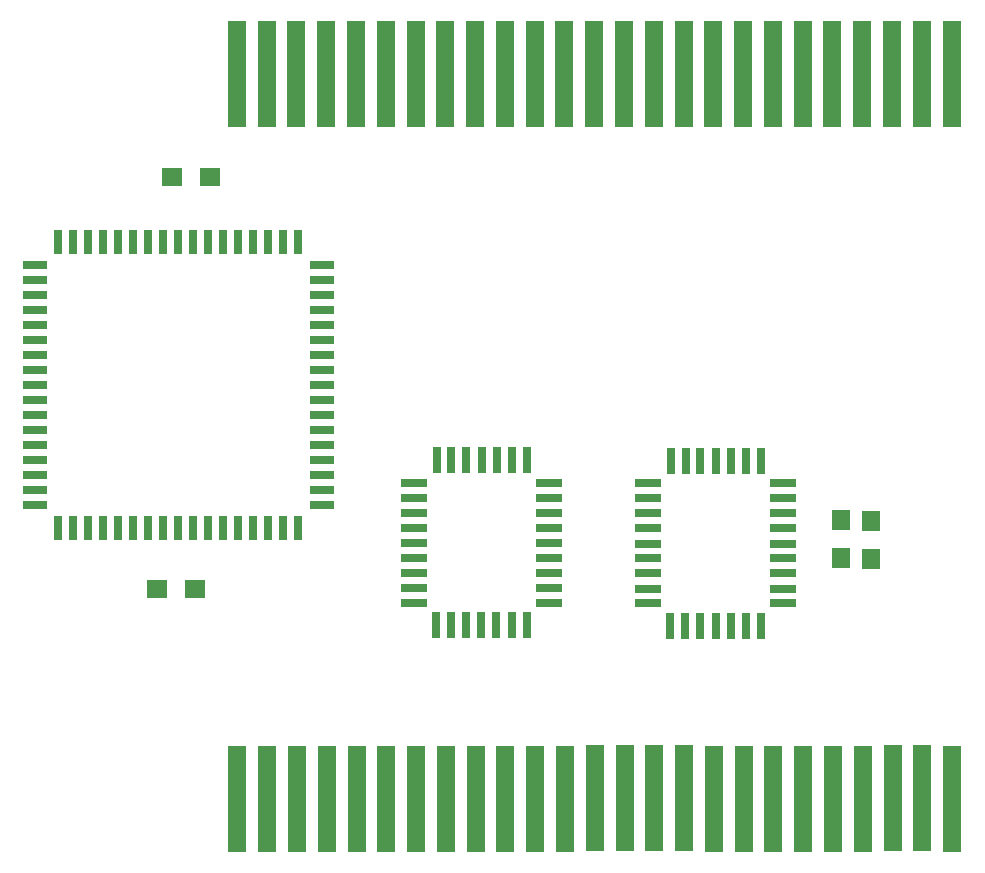
<source format=gbr>
%TF.GenerationSoftware,KiCad,Pcbnew,(6.0.2)*%
%TF.CreationDate,2022-10-22T16:21:59-05:00*%
%TF.ProjectId,REF1451,52454631-3435-4312-9e6b-696361645f70,rev?*%
%TF.SameCoordinates,Original*%
%TF.FileFunction,Paste,Top*%
%TF.FilePolarity,Positive*%
%FSLAX46Y46*%
G04 Gerber Fmt 4.6, Leading zero omitted, Abs format (unit mm)*
G04 Created by KiCad (PCBNEW (6.0.2)) date 2022-10-22 16:21:59*
%MOMM*%
%LPD*%
G01*
G04 APERTURE LIST*
%ADD10R,0.700000X2.270000*%
%ADD11R,2.270000X0.700000*%
%ADD12R,1.700000X1.630000*%
%ADD13R,1.630000X1.710000*%
%ADD14R,1.530000X9.000000*%
%ADD15R,2.000000X0.750000*%
%ADD16R,0.750000X2.000000*%
%ADD17R,1.630000X1.700000*%
G04 APERTURE END LIST*
D10*
%TO.C,U2*%
X137360500Y-110675000D03*
X138629500Y-110674000D03*
X139939500Y-110673000D03*
X141209500Y-110673000D03*
D11*
X143072500Y-108768000D03*
X143075500Y-107538000D03*
X143073500Y-106231000D03*
X143074500Y-104960000D03*
X143076500Y-103728000D03*
X143073500Y-102417000D03*
X143074500Y-101149000D03*
X143074500Y-99878000D03*
X143074500Y-98610000D03*
D10*
X141249500Y-96704000D03*
X139979500Y-96705000D03*
X138669500Y-96703000D03*
X137398500Y-96701000D03*
X136087500Y-96704000D03*
X134821500Y-96701000D03*
X133590500Y-96703000D03*
D11*
X131644500Y-98609000D03*
X131644500Y-99881000D03*
X131643500Y-101149000D03*
X131644500Y-102420000D03*
X131645500Y-103727000D03*
X131644500Y-104959000D03*
X131647500Y-106228000D03*
X131644500Y-107540000D03*
X131643500Y-108771000D03*
D10*
X133548500Y-110675000D03*
X134779500Y-110672000D03*
X136050500Y-110673000D03*
%TD*%
D12*
%TO.C,C2*%
X109882400Y-107603100D03*
X113100400Y-107603100D03*
%TD*%
D13*
%TO.C,R1*%
X170349600Y-101804000D03*
X170342600Y-105031000D03*
%TD*%
D12*
%TO.C,C1*%
X111180400Y-72674100D03*
X114398400Y-72674100D03*
%TD*%
D14*
%TO.C,J2*%
X116659000Y-63995000D03*
X119177000Y-63995000D03*
X121702000Y-63995000D03*
X124229000Y-63995000D03*
X126748000Y-63995000D03*
X129267000Y-63995000D03*
X131790000Y-63995000D03*
X134309000Y-63995000D03*
X136828000Y-63995000D03*
X139356000Y-63995000D03*
X141881000Y-63995000D03*
X144402000Y-63995000D03*
X146926000Y-63995000D03*
X149446000Y-63995000D03*
X151966000Y-63995000D03*
X154485000Y-63995000D03*
X157003000Y-63995000D03*
X159527000Y-63995000D03*
X162053000Y-63995000D03*
X164571000Y-63995000D03*
X167091000Y-63995000D03*
X169610000Y-63995000D03*
X172140000Y-63995000D03*
X174666000Y-63995000D03*
X177185000Y-63995000D03*
%TD*%
D15*
%TO.C,U3*%
X99595000Y-90348000D03*
X99595000Y-91618000D03*
X99595000Y-92888000D03*
X99595000Y-94158000D03*
X99595000Y-95428000D03*
X99595000Y-96698000D03*
X99595000Y-97968000D03*
X99595000Y-99238000D03*
X99595000Y-100508000D03*
D16*
X101560000Y-102473000D03*
X102830000Y-102473000D03*
X104100000Y-102473000D03*
X105370000Y-102473000D03*
X106640000Y-102473000D03*
X107910000Y-102473000D03*
X109180000Y-102473000D03*
X110450000Y-102473000D03*
X111720000Y-102473000D03*
X112990000Y-102473000D03*
X114260000Y-102473000D03*
X115530000Y-102473000D03*
X116800000Y-102473000D03*
X118070000Y-102473000D03*
X119340000Y-102473000D03*
X120610000Y-102473000D03*
X121880000Y-102473000D03*
D15*
X123845000Y-100508000D03*
X123845000Y-99238000D03*
X123845000Y-97968000D03*
X123845000Y-96698000D03*
X123845000Y-95428000D03*
X123845000Y-94158000D03*
X123845000Y-92888000D03*
X123845000Y-91618000D03*
X123845000Y-90348000D03*
X123845000Y-89078000D03*
X123845000Y-87808000D03*
X123845000Y-86538000D03*
X123845000Y-85268000D03*
X123845000Y-83998000D03*
X123845000Y-82728000D03*
X123845000Y-81458000D03*
X123845000Y-80188000D03*
D16*
X121880000Y-78223000D03*
X120610000Y-78223000D03*
X119340000Y-78223000D03*
X118070000Y-78223000D03*
X116800000Y-78223000D03*
X115530000Y-78223000D03*
X114260000Y-78223000D03*
X112990000Y-78223000D03*
X111720000Y-78223000D03*
X110450000Y-78223000D03*
X109180000Y-78223000D03*
X107910000Y-78223000D03*
X106640000Y-78223000D03*
X105370000Y-78223000D03*
X104100000Y-78223000D03*
X102830000Y-78223000D03*
X101560000Y-78223000D03*
D15*
X99595000Y-80188000D03*
X99595000Y-81458000D03*
X99595000Y-82728000D03*
X99595000Y-83998000D03*
X99595000Y-85268000D03*
X99595000Y-86538000D03*
X99595000Y-87808000D03*
X99595000Y-89078000D03*
%TD*%
D10*
%TO.C,U1*%
X157189500Y-110698000D03*
X158458500Y-110697000D03*
X159768500Y-110696000D03*
X161038500Y-110696000D03*
D11*
X162901500Y-108791000D03*
X162904500Y-107561000D03*
X162902500Y-106254000D03*
X162903500Y-104983000D03*
X162905500Y-103751000D03*
X162902500Y-102440000D03*
X162903500Y-101172000D03*
X162903500Y-99901000D03*
X162903500Y-98633000D03*
D10*
X161078500Y-96727000D03*
X159808500Y-96728000D03*
X158498500Y-96726000D03*
X157227500Y-96724000D03*
X155916500Y-96727000D03*
X154650500Y-96724000D03*
X153419500Y-96726000D03*
D11*
X151473500Y-98632000D03*
X151473500Y-99904000D03*
X151472500Y-101172000D03*
X151473500Y-102443000D03*
X151474500Y-103750000D03*
X151473500Y-104982000D03*
X151476500Y-106251000D03*
X151473500Y-107563000D03*
X151472500Y-108794000D03*
D10*
X153377500Y-110698000D03*
X154608500Y-110695000D03*
X155879500Y-110696000D03*
%TD*%
D17*
%TO.C,C3*%
X167796900Y-101795400D03*
X167796900Y-105013400D03*
%TD*%
D14*
%TO.C,J4*%
X116705000Y-125369000D03*
X119223000Y-125383000D03*
X121748000Y-125371000D03*
X124275000Y-125365000D03*
X126794000Y-125379000D03*
X129313000Y-125365000D03*
X131836000Y-125354000D03*
X134355000Y-125340000D03*
X136874000Y-125368000D03*
X139402000Y-125368000D03*
X141927000Y-125359000D03*
X144448000Y-125351000D03*
X146972000Y-125335000D03*
X149492000Y-125308000D03*
X152012000Y-125320000D03*
X154531000Y-125306000D03*
X157049000Y-125372000D03*
X159573000Y-125366000D03*
X162099000Y-125356000D03*
X164617000Y-125352000D03*
X167137000Y-125337000D03*
X169656000Y-125337000D03*
X172186000Y-125321000D03*
X174712000Y-125320000D03*
X177231000Y-125379000D03*
%TD*%
M02*

</source>
